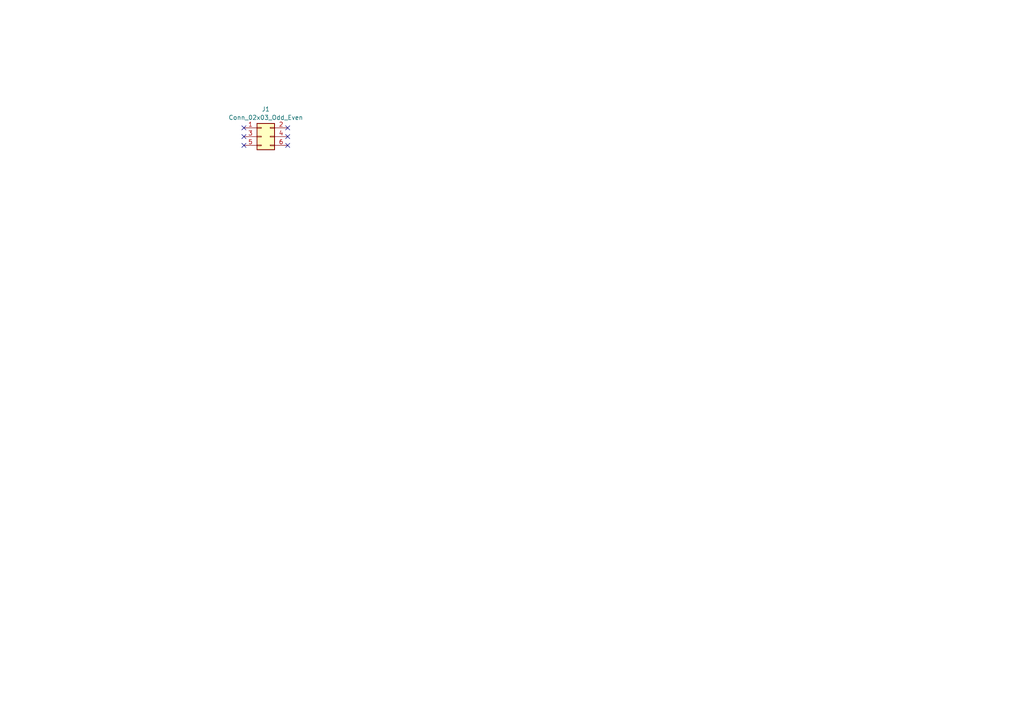
<source format=kicad_sch>
(kicad_sch (version 20230121) (generator eeschema)
  (paper "A4")
  (lib_symbols
    (symbol "Connector_Generic:Conn_02x03_Odd_Even" (pin_names (offset 1.016) hide)
      (property "Reference" "J" (at 1.27 5.08 0))
      (property "Value" "Conn_02x03_Odd_Even" (at 1.27 -5.08 0))
      (symbol "Conn_02x03_Odd_Even_1_1"
        (rectangle (start -1.27 -2.413) (end 0 -2.667) (stroke (width 0.1524)))
        (rectangle (start -1.27 0.127) (end 0 -0.127) (stroke (width 0.1524)))
        (rectangle (start -1.27 2.667) (end 0 2.413) (stroke (width 0.1524)))
        (rectangle (start -1.27 3.81) (end 3.81 -3.81) (stroke (width 0.254)) (fill (type background)))
        (rectangle (start 3.81 -2.413) (end 2.54 -2.667) (stroke (width 0.1524)))
        (rectangle (start 3.81 0.127) (end 2.54 -0.127) (stroke (width 0.1524)))
        (rectangle (start 3.81 2.667) (end 2.54 2.413) (stroke (width 0.1524)))
        (pin passive line (at -5.08 2.54 0) (length 3.81) (name "Pin_1") (number "1"))
        (pin passive line (at 7.62 2.54 180) (length 3.81) (name "Pin_2") (number "2"))
        (pin passive line (at -5.08 0 0) (length 3.81) (name "Pin_3") (number "3"))
        (pin passive line (at 7.62 0 180) (length 3.81) (name "Pin_4") (number "4"))
        (pin passive line (at -5.08 -2.54 0) (length 3.81) (name "Pin_5") (number "5"))
        (pin passive line (at 7.62 -2.54 180) (length 3.81) (name "Pin_6") (number "6"))
      )
    )
  )
  (no_connect (at 70.739 42.164))
  (no_connect (at 83.439 37.084))
  (no_connect (at 70.739 39.624))
  (no_connect (at 83.439 42.164))
  (no_connect (at 70.739 37.084))
  (no_connect (at 83.439 39.624))
  (symbol (lib_id "Connector_Generic:Conn_02x03_Odd_Even") (at 75.819 39.624 0) (unit 1)
    (property "Reference" "J1" (at 77.089 31.6697 0))
    (property "Value" "Conn_02x03_Odd_Even" (at 77.089 34.0939 0))
    (property "Footprint" "Connector:Tag-Connect_TC2030-IDC-NL_2x03_P1.27mm_Vertical" (effects hide))
  )
)
</source>
